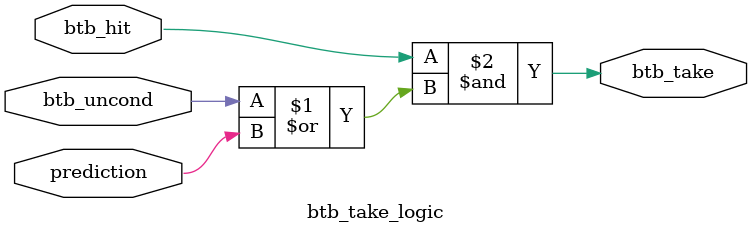
<source format=sv>
module btb_take_logic(
	input logic btb_hit,
	input logic btb_uncond,
	input logic prediction,
	output logic btb_take
);

assign btb_take = btb_hit & (btb_uncond | prediction);

endmodule : btb_take_logic
</source>
